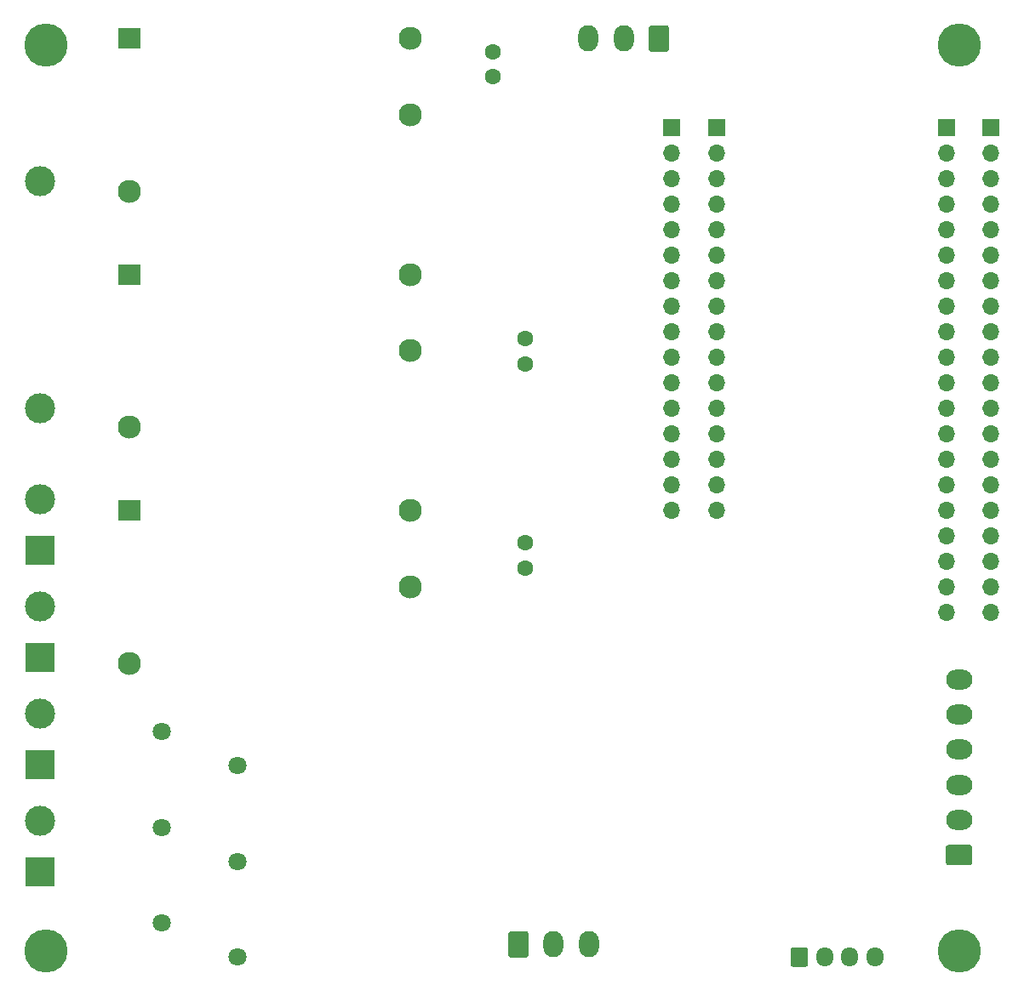
<source format=gbr>
G04 #@! TF.GenerationSoftware,KiCad,Pcbnew,(5.1.5-0)*
G04 #@! TF.CreationDate,2020-03-02T18:13:43+02:00*
G04 #@! TF.ProjectId,EVESP,45564553-502e-46b6-9963-61645f706362,rev?*
G04 #@! TF.SameCoordinates,Original*
G04 #@! TF.FileFunction,Soldermask,Bot*
G04 #@! TF.FilePolarity,Negative*
%FSLAX46Y46*%
G04 Gerber Fmt 4.6, Leading zero omitted, Abs format (unit mm)*
G04 Created by KiCad (PCBNEW (5.1.5-0)) date 2020-03-02 18:13:43*
%MOMM*%
%LPD*%
G04 APERTURE LIST*
%ADD10C,4.300000*%
%ADD11C,3.000000*%
%ADD12R,3.000000X3.000000*%
%ADD13O,2.600000X2.000000*%
%ADD14C,0.100000*%
%ADD15O,2.000000X2.600000*%
%ADD16O,1.700000X1.700000*%
%ADD17R,1.700000X1.700000*%
%ADD18C,1.800000*%
%ADD19C,2.300000*%
%ADD20R,2.300000X2.000000*%
%ADD21O,1.700000X1.950000*%
%ADD22C,1.600000*%
G04 APERTURE END LIST*
D10*
X140335000Y-68580000D03*
X140335000Y-158750000D03*
X49530000Y-158750000D03*
X49530000Y-68580000D03*
D11*
X48895000Y-124460000D03*
D12*
X48895000Y-129540000D03*
D11*
X48895000Y-135128000D03*
D12*
X48895000Y-140208000D03*
D11*
X48895000Y-145796000D03*
D12*
X48895000Y-150876000D03*
D11*
X48895000Y-113792000D03*
D12*
X48895000Y-118872000D03*
D13*
X140335000Y-131725000D03*
X140335000Y-135225000D03*
X140335000Y-138725000D03*
X140335000Y-142225000D03*
X140335000Y-145725000D03*
D14*
G36*
X141409504Y-148226204D02*
G01*
X141433773Y-148229804D01*
X141457571Y-148235765D01*
X141480671Y-148244030D01*
X141502849Y-148254520D01*
X141523893Y-148267133D01*
X141543598Y-148281747D01*
X141561777Y-148298223D01*
X141578253Y-148316402D01*
X141592867Y-148336107D01*
X141605480Y-148357151D01*
X141615970Y-148379329D01*
X141624235Y-148402429D01*
X141630196Y-148426227D01*
X141633796Y-148450496D01*
X141635000Y-148475000D01*
X141635000Y-149975000D01*
X141633796Y-149999504D01*
X141630196Y-150023773D01*
X141624235Y-150047571D01*
X141615970Y-150070671D01*
X141605480Y-150092849D01*
X141592867Y-150113893D01*
X141578253Y-150133598D01*
X141561777Y-150151777D01*
X141543598Y-150168253D01*
X141523893Y-150182867D01*
X141502849Y-150195480D01*
X141480671Y-150205970D01*
X141457571Y-150214235D01*
X141433773Y-150220196D01*
X141409504Y-150223796D01*
X141385000Y-150225000D01*
X139285000Y-150225000D01*
X139260496Y-150223796D01*
X139236227Y-150220196D01*
X139212429Y-150214235D01*
X139189329Y-150205970D01*
X139167151Y-150195480D01*
X139146107Y-150182867D01*
X139126402Y-150168253D01*
X139108223Y-150151777D01*
X139091747Y-150133598D01*
X139077133Y-150113893D01*
X139064520Y-150092849D01*
X139054030Y-150070671D01*
X139045765Y-150047571D01*
X139039804Y-150023773D01*
X139036204Y-149999504D01*
X139035000Y-149975000D01*
X139035000Y-148475000D01*
X139036204Y-148450496D01*
X139039804Y-148426227D01*
X139045765Y-148402429D01*
X139054030Y-148379329D01*
X139064520Y-148357151D01*
X139077133Y-148336107D01*
X139091747Y-148316402D01*
X139108223Y-148298223D01*
X139126402Y-148281747D01*
X139146107Y-148267133D01*
X139167151Y-148254520D01*
X139189329Y-148244030D01*
X139212429Y-148235765D01*
X139236227Y-148229804D01*
X139260496Y-148226204D01*
X139285000Y-148225000D01*
X141385000Y-148225000D01*
X141409504Y-148226204D01*
G37*
D15*
X103490000Y-67945000D03*
X106990000Y-67945000D03*
D14*
G36*
X111264504Y-66646204D02*
G01*
X111288773Y-66649804D01*
X111312571Y-66655765D01*
X111335671Y-66664030D01*
X111357849Y-66674520D01*
X111378893Y-66687133D01*
X111398598Y-66701747D01*
X111416777Y-66718223D01*
X111433253Y-66736402D01*
X111447867Y-66756107D01*
X111460480Y-66777151D01*
X111470970Y-66799329D01*
X111479235Y-66822429D01*
X111485196Y-66846227D01*
X111488796Y-66870496D01*
X111490000Y-66895000D01*
X111490000Y-68995000D01*
X111488796Y-69019504D01*
X111485196Y-69043773D01*
X111479235Y-69067571D01*
X111470970Y-69090671D01*
X111460480Y-69112849D01*
X111447867Y-69133893D01*
X111433253Y-69153598D01*
X111416777Y-69171777D01*
X111398598Y-69188253D01*
X111378893Y-69202867D01*
X111357849Y-69215480D01*
X111335671Y-69225970D01*
X111312571Y-69234235D01*
X111288773Y-69240196D01*
X111264504Y-69243796D01*
X111240000Y-69245000D01*
X109740000Y-69245000D01*
X109715496Y-69243796D01*
X109691227Y-69240196D01*
X109667429Y-69234235D01*
X109644329Y-69225970D01*
X109622151Y-69215480D01*
X109601107Y-69202867D01*
X109581402Y-69188253D01*
X109563223Y-69171777D01*
X109546747Y-69153598D01*
X109532133Y-69133893D01*
X109519520Y-69112849D01*
X109509030Y-69090671D01*
X109500765Y-69067571D01*
X109494804Y-69043773D01*
X109491204Y-69019504D01*
X109490000Y-68995000D01*
X109490000Y-66895000D01*
X109491204Y-66870496D01*
X109494804Y-66846227D01*
X109500765Y-66822429D01*
X109509030Y-66799329D01*
X109519520Y-66777151D01*
X109532133Y-66756107D01*
X109546747Y-66736402D01*
X109563223Y-66718223D01*
X109581402Y-66701747D01*
X109601107Y-66687133D01*
X109622151Y-66674520D01*
X109644329Y-66664030D01*
X109667429Y-66655765D01*
X109691227Y-66649804D01*
X109715496Y-66646204D01*
X109740000Y-66645000D01*
X111240000Y-66645000D01*
X111264504Y-66646204D01*
G37*
D16*
X143510000Y-125095000D03*
X143510000Y-122555000D03*
X143510000Y-120015000D03*
X143510000Y-117475000D03*
X143510000Y-114935000D03*
X143510000Y-112395000D03*
X143510000Y-109855000D03*
X143510000Y-107315000D03*
X143510000Y-104775000D03*
X143510000Y-102235000D03*
X143510000Y-99695000D03*
X143510000Y-97155000D03*
X143510000Y-94615000D03*
X143510000Y-92075000D03*
X143510000Y-89535000D03*
X143510000Y-86995000D03*
X143510000Y-84455000D03*
X143510000Y-81915000D03*
X143510000Y-79375000D03*
D17*
X143510000Y-76835000D03*
D16*
X139065000Y-125095000D03*
X139065000Y-122555000D03*
X139065000Y-120015000D03*
X139065000Y-117475000D03*
X139065000Y-114935000D03*
X139065000Y-112395000D03*
X139065000Y-109855000D03*
X139065000Y-107315000D03*
X139065000Y-104775000D03*
X139065000Y-102235000D03*
X139065000Y-99695000D03*
X139065000Y-97155000D03*
X139065000Y-94615000D03*
X139065000Y-92075000D03*
X139065000Y-89535000D03*
X139065000Y-86995000D03*
X139065000Y-84455000D03*
X139065000Y-81915000D03*
X139065000Y-79375000D03*
D17*
X139065000Y-76835000D03*
D16*
X116205000Y-114935000D03*
X116205000Y-112395000D03*
X116205000Y-109855000D03*
X116205000Y-107315000D03*
X116205000Y-104775000D03*
X116205000Y-102235000D03*
X116205000Y-99695000D03*
X116205000Y-97155000D03*
X116205000Y-94615000D03*
X116205000Y-92075000D03*
X116205000Y-89535000D03*
X116205000Y-86995000D03*
X116205000Y-84455000D03*
X116205000Y-81915000D03*
X116205000Y-79375000D03*
D17*
X116205000Y-76835000D03*
D16*
X111760000Y-114935000D03*
X111760000Y-112395000D03*
X111760000Y-109855000D03*
X111760000Y-107315000D03*
X111760000Y-104775000D03*
X111760000Y-102235000D03*
X111760000Y-99695000D03*
X111760000Y-97155000D03*
X111760000Y-94615000D03*
X111760000Y-92075000D03*
X111760000Y-89535000D03*
X111760000Y-86995000D03*
X111760000Y-84455000D03*
X111760000Y-81915000D03*
X111760000Y-79375000D03*
D17*
X111760000Y-76835000D03*
D15*
X103520000Y-158115000D03*
X100020000Y-158115000D03*
D14*
G36*
X97294504Y-156816204D02*
G01*
X97318773Y-156819804D01*
X97342571Y-156825765D01*
X97365671Y-156834030D01*
X97387849Y-156844520D01*
X97408893Y-156857133D01*
X97428598Y-156871747D01*
X97446777Y-156888223D01*
X97463253Y-156906402D01*
X97477867Y-156926107D01*
X97490480Y-156947151D01*
X97500970Y-156969329D01*
X97509235Y-156992429D01*
X97515196Y-157016227D01*
X97518796Y-157040496D01*
X97520000Y-157065000D01*
X97520000Y-159165000D01*
X97518796Y-159189504D01*
X97515196Y-159213773D01*
X97509235Y-159237571D01*
X97500970Y-159260671D01*
X97490480Y-159282849D01*
X97477867Y-159303893D01*
X97463253Y-159323598D01*
X97446777Y-159341777D01*
X97428598Y-159358253D01*
X97408893Y-159372867D01*
X97387849Y-159385480D01*
X97365671Y-159395970D01*
X97342571Y-159404235D01*
X97318773Y-159410196D01*
X97294504Y-159413796D01*
X97270000Y-159415000D01*
X95770000Y-159415000D01*
X95745496Y-159413796D01*
X95721227Y-159410196D01*
X95697429Y-159404235D01*
X95674329Y-159395970D01*
X95652151Y-159385480D01*
X95631107Y-159372867D01*
X95611402Y-159358253D01*
X95593223Y-159341777D01*
X95576747Y-159323598D01*
X95562133Y-159303893D01*
X95549520Y-159282849D01*
X95539030Y-159260671D01*
X95530765Y-159237571D01*
X95524804Y-159213773D01*
X95521204Y-159189504D01*
X95520000Y-159165000D01*
X95520000Y-157065000D01*
X95521204Y-157040496D01*
X95524804Y-157016227D01*
X95530765Y-156992429D01*
X95539030Y-156969329D01*
X95549520Y-156947151D01*
X95562133Y-156926107D01*
X95576747Y-156906402D01*
X95593223Y-156888223D01*
X95611402Y-156871747D01*
X95631107Y-156857133D01*
X95652151Y-156844520D01*
X95674329Y-156834030D01*
X95697429Y-156825765D01*
X95721227Y-156819804D01*
X95745496Y-156816204D01*
X95770000Y-156815000D01*
X97270000Y-156815000D01*
X97294504Y-156816204D01*
G37*
D18*
X61080000Y-136935000D03*
X68580000Y-140335000D03*
X61080000Y-146460000D03*
X68580000Y-149860000D03*
X61080000Y-155985000D03*
X68580000Y-159385000D03*
D19*
X85785000Y-99040000D03*
X57785000Y-106640000D03*
D20*
X57785000Y-91440000D03*
D19*
X85785000Y-91440000D03*
X85785000Y-75545000D03*
X57785000Y-83145000D03*
D20*
X57785000Y-67945000D03*
D19*
X85785000Y-67945000D03*
X85785000Y-122535000D03*
X57785000Y-130135000D03*
D20*
X57785000Y-114935000D03*
D19*
X85785000Y-114935000D03*
D21*
X131960000Y-159385000D03*
X129460000Y-159385000D03*
X126960000Y-159385000D03*
D14*
G36*
X125084504Y-158411204D02*
G01*
X125108773Y-158414804D01*
X125132571Y-158420765D01*
X125155671Y-158429030D01*
X125177849Y-158439520D01*
X125198893Y-158452133D01*
X125218598Y-158466747D01*
X125236777Y-158483223D01*
X125253253Y-158501402D01*
X125267867Y-158521107D01*
X125280480Y-158542151D01*
X125290970Y-158564329D01*
X125299235Y-158587429D01*
X125305196Y-158611227D01*
X125308796Y-158635496D01*
X125310000Y-158660000D01*
X125310000Y-160110000D01*
X125308796Y-160134504D01*
X125305196Y-160158773D01*
X125299235Y-160182571D01*
X125290970Y-160205671D01*
X125280480Y-160227849D01*
X125267867Y-160248893D01*
X125253253Y-160268598D01*
X125236777Y-160286777D01*
X125218598Y-160303253D01*
X125198893Y-160317867D01*
X125177849Y-160330480D01*
X125155671Y-160340970D01*
X125132571Y-160349235D01*
X125108773Y-160355196D01*
X125084504Y-160358796D01*
X125060000Y-160360000D01*
X123860000Y-160360000D01*
X123835496Y-160358796D01*
X123811227Y-160355196D01*
X123787429Y-160349235D01*
X123764329Y-160340970D01*
X123742151Y-160330480D01*
X123721107Y-160317867D01*
X123701402Y-160303253D01*
X123683223Y-160286777D01*
X123666747Y-160268598D01*
X123652133Y-160248893D01*
X123639520Y-160227849D01*
X123629030Y-160205671D01*
X123620765Y-160182571D01*
X123614804Y-160158773D01*
X123611204Y-160134504D01*
X123610000Y-160110000D01*
X123610000Y-158660000D01*
X123611204Y-158635496D01*
X123614804Y-158611227D01*
X123620765Y-158587429D01*
X123629030Y-158564329D01*
X123639520Y-158542151D01*
X123652133Y-158521107D01*
X123666747Y-158501402D01*
X123683223Y-158483223D01*
X123701402Y-158466747D01*
X123721107Y-158452133D01*
X123742151Y-158439520D01*
X123764329Y-158429030D01*
X123787429Y-158420765D01*
X123811227Y-158414804D01*
X123835496Y-158411204D01*
X123860000Y-158410000D01*
X125060000Y-158410000D01*
X125084504Y-158411204D01*
G37*
D11*
X48895000Y-82175000D03*
X48895000Y-104775000D03*
D22*
X97155000Y-118150000D03*
X97155000Y-120650000D03*
X97155000Y-97830000D03*
X97155000Y-100330000D03*
X93980000Y-69255000D03*
X93980000Y-71755000D03*
M02*

</source>
